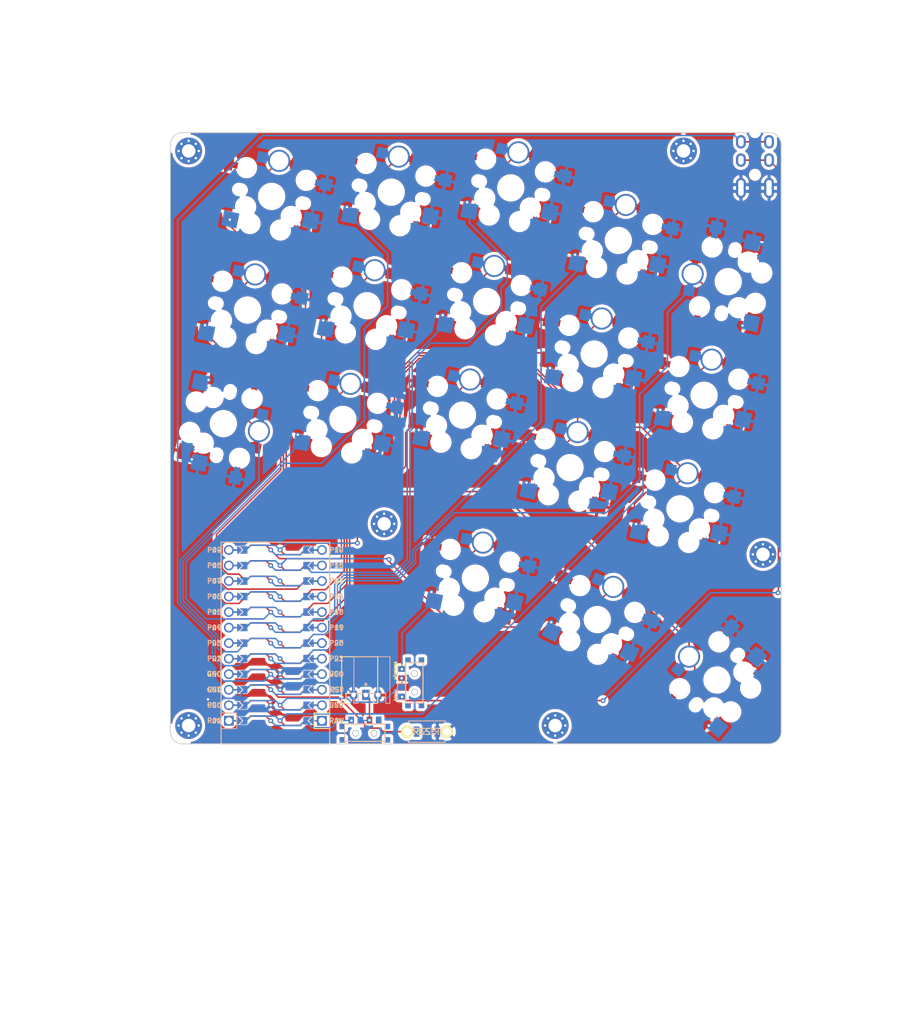
<source format=kicad_pcb>
(kicad_pcb (version 20221018) (generator pcbnew)
  (title_block (title "board") (rev "v1.0.0") (company "Unknown"))
  (layers (0 "F.Cu" signal) (31 "B.Cu" signal) (34 "B.Paste" user) (35 "F.Paste" user) (36 "B.SilkS" user "B.Silkscreen") (37 "F.SilkS" user "F.Silkscreen") (38 "B.Mask" user) (39 "F.Mask" user) (44 "Edge.Cuts" user))
  (net 0 "")
  (net 1 "matrix_pinky_bottom")
  (net 2 "GND")
  (net 3 "matrix_pinky_home")
  (net 4 "matrix_pinky_top")
  (net 5 "matrix_ring_bottom")
  (net 6 "matrix_ring_home")
  (net 7 "matrix_ring_top")
  (net 8 "matrix_middle_bottom")
  (net 9 "matrix_middle_home")
  (net 10 "matrix_middle_top")
  (net 11 "matrix_index_bottom")
  (net 12 "matrix_index_home")
  (net 13 "matrix_index_top")
  (net 14 "matrix_inner_bottom")
  (net 15 "matrix_inner_home")
  (net 16 "matrix_inner_top")
  (net 17 "thumb_inner")
  (net 18 "thumb_tucky")
  (net 19 "thumb_reachy")
  (net 20 "RAW")
  (net 21 "RST")
  (net 22 "VCC")
  (net 23 "P0")
  (net 24 "trrs_data")
  (net 25 "Bplus")
  (footprint "E73:SPDT_C128955" (layer "F.Cu") (at 100.19 169.25 180)
    (fp_text reference "T1" hide)
    (fp_text value "" hide)
  )
  (footprint "kbd:ResetSW" (layer "F.Cu") (at 110.34 169 180)
    (fp_text reference "B1" hide)
    (fp_text value "")
  )
  (footprint "key-switches" (layer "F.Cu") (at 77.023591 118.605929 -102)
    (fp_text reference "SW1" hide)
    (fp_text value "" hide)
  )
  (footprint "key-switches" (layer "F.Cu") (at 120.118683 98.629367 -12)
    (fp_text reference "SW8" hide)
    (fp_text value "" hide)
  )
  (footprint "MountingHole_2.2mm_M2_Pad_Via" (layer "F.Cu") (at 165.34 140)
    (fp_text reference "HOLE3" hide)
    (fp_text value "")
  )
  (footprint "ProMicro" (layer "F.Cu") (at 85.54 153.25 90)
    (fp_text reference "MCU1" hide)
    (fp_text value "" hide)
  )
  (footprint "key-switches" (layer "F.Cu") (at 80.973913 100.021125 -12)
    (fp_text reference "SW2" hide)
    (fp_text value "" hide)
  )
  (footprint "key-switches" (layer "F.Cu") (at 100.546298 99.325246 -12)
    (fp_text reference "SW5" hide)
    (fp_text value "" hide)
  )
  (footprint "MountingHole_2.2mm_M2_Pad_Via" (layer "F.Cu") (at 152.34 74)
    (fp_text reference "HOLE2" hide)
    (fp_text value "")
  )
  (footprint "key-switches" (layer "F.Cu") (at 138.235917 150.667146 -26)
    (fp_text reference "SW17" hide)
    (fp_text value "" hide)
  )
  (footprint "JST_PH_S2B-PH-K_02x2.00mm_Angled" (layer "F.Cu") (at 100.34 163 180)
    (fp_text reference "JST1" hide)
    (fp_text value "" hide)
  )
  (footprint "MountingHole_2.2mm_M2_Pad_Via" (layer "F.Cu") (at 131.34 168)
    (fp_text reference "HOLE4" hide)
    (fp_text value "")
  )
  (footprint "MountingHole_2.2mm_M2_Pad_Via" (layer "F.Cu") (at 103.34 135)
    (fp_text reference "HOLE5" hide)
    (fp_text value "")
  )
  (footprint "key-switches" (layer "F.Cu") (at 116.168361 117.214171 -12)
    (fp_text reference "SW7" hide)
    (fp_text value "" hide)
  )
  (footprint "key-switches" (layer "F.Cu") (at 118.269348 143.883786 -12)
    (fp_text reference "SW16" hide)
    (fp_text value "" hide)
  )
  (footprint "key-switches" (layer "F.Cu") (at 155.708163 113.963933 -12)
    (fp_text reference "SW14" hide)
    (fp_text value "" hide)
  )
  (footprint "key-switches" (layer "F.Cu") (at 104.49662 80.740441 -12)
    (fp_text reference "SW6" hide)
    (fp_text value "" hide)
  )
  (footprint "key-switches" (layer "F.Cu") (at 137.715907 107.22589 -12)
    (fp_text reference "SW11" hide)
    (fp_text value "" hide)
  )
  (footprint "key-switches" (layer "F.Cu") (at 124.069005 80.044562 -12)
    (fp_text reference "SW9" hide)
    (fp_text value "" hide)
  )
  (footprint "key-switches" (layer "F.Cu") (at 151.757841 132.548737 -12)
    (fp_text reference "SW13" hide)
    (fp_text value "" hide)
  )
  (footprint "key-switches" (layer "F.Cu") (at 84.924235 81.43632 -12)
    (fp_text reference "SW3" hide)
    (fp_text value "" hide)
  )
  (footprint "key-switches" (layer "F.Cu") (at 159.658485 95.379128 78)
    (fp_text reference "SW15" hide)
    (fp_text value "" hide)
  )
  (footprint "TRRS-PJ-320A-dual" (layer "F.Cu") (at 166.34 69.3)
    (fp_text reference "TRRS1")
    (fp_text value "TRRS-PJ-320A-dual")
  )
  (footprint "key-switches" (layer "F.Cu") (at 141.666229 88.641086 -12)
    (fp_text reference "SW12" hide)
    (fp_text value "" hide)
  )
  (footprint "MountingHole_2.2mm_M2_Pad_Via" (layer "F.Cu") (at 71.34 168)
    (fp_text reference "HOLE6" hide)
    (fp_text value "")
  )
  (footprint "key-switches" (layer "F.Cu") (at 157.809498 160.554513 50)
    (fp_text reference "SW18" hide)
    (fp_text value "" hide)
  )
  (footprint "MountingHole_2.2mm_M2_Pad_Via" (layer "F.Cu") (at 71.34 74)
    (fp_text reference "HOLE1" hide)
    (fp_text value "")
  )
  (footprint "key-switches" (layer "F.Cu") (at 96.595976 117.91005 -12)
    (fp_text reference "SW4" hide)
    (fp_text value "" hide)
  )
  (footprint "E73:SPDT_C128955" (layer "F.Cu") (at 108.34 161 -90)
    (fp_text reference "T2" hide)
    (fp_text value "" hide)
  )
  (footprint "key-switches" (layer "F.Cu") (at 133.765585 125.810694 -12)
    (fp_text reference "SW10" hide)
    (fp_text value "" hide)
  )
  (footprint "Button_Switch_SMD:SW_SPST_B3U-1000P" (layer "F.Cu") (at 110.34 169)
    (fp_text reference "B2" hide)
    (fp_text value "")
  )
  (gr_line (start 68.34 169) (end 68.34 73) (stroke (width 0.15)) (layer "Edge.Cuts"))
  (gr_line (start 70.34 71) (end 166.34 71) (stroke (width 0.15)) (layer "Edge.Cuts"))
  (gr_line (start 168.34 73) (end 168.34 169) (stroke (width 0.15)) (layer "Edge.Cuts"))
  (gr_arc (start 166.34 71) (mid 167.754214 71.585786) (end 168.34 73) (stroke (width 0.15)) (layer "Edge.Cuts"))
  (gr_arc (start 70.34 171) (mid 68.925786 170.414214) (end 68.34 169) (stroke (width 0.15)) (layer "Edge.Cuts"))
  (gr_arc (start 68.34 73) (mid 68.925786 71.585786) (end 70.34 71) (stroke (width 0.15)) (layer "Edge.Cuts"))
  (gr_arc (start 168.34 169) (mid 167.754214 170.414214) (end 166.34 171) (stroke (width 0.15)) (layer "Edge.Cuts"))
  (gr_line (start 166.34 171) (end 70.34 171) (stroke (width 0.15)) (layer "Edge.Cuts"))
  (gr_text "wired" (at 105.14 163 90) (layer "B.SilkS") (effects (font (size 0.5 0.5)) (justify mirror)))
  (gr_text "口" (at 106.34 162.5 90) (layer "B.SilkS") (effects (font (size 1.5 2.2)) (justify mirror)))
  (gr_text "口" (at 106.34 159.4 90) (layer "F.SilkS") (effects (font (size 1.5 2.2))))
  (gr_text "wireless" (at 105.14 159 90) (layer "F.SilkS") (effects (font (size 0.5 0.5))))
  (segment (start 76.01215 111.147658) (end 77.82233 111.147658) (width 0.25) (layer "F.Cu") (net 1))
  (segment (start 79.7052 116.704635) (end 82.843569 119.843004) (width 0.25) (layer "F.Cu") (net 1))
  (segment (start 74.907342 111.147658) (end 74.5998 111.4552) (width 0.25) (layer "F.Cu") (net 1))
  (segment (start 76.01215 111.147658) (end 74.907342 111.147658) (width 0.25) (layer "F.Cu") (net 1))
  (segment (start 77.82233 111.147658) (end 79.7052 113.030528) (width 0.25) (layer "F.Cu") (net 1))
  (segment (start 79.7052 113.030528) (end 79.7052 116.704635) (width 0.25) (layer "F.Cu") (net 1))
  (via (at 74.5998 111.4552) (size 0.8) (drill 0.4) (layers "F.Cu" "B.Cu") (net 1))
  (segment (start 74.219601 111.835399) (end 74.5998 111.4552) (width 0.25) (layer "B.Cu") (net 1))
  (segment (start 73.269221 111.835399) (end 74.219601 111.835399) (width 0.25) (layer "B.Cu") (net 1))
  (segment (start 82.843569 128.009901) (end 82.843569 119.843004) (width 0.25) (layer "B.Cu") (net 1))
  (segment (start 75.6738 153.464396) (end 69.9952 147.785796) (width 0.25) (layer "B.Cu") (net 1))
  (segment (start 77.141196 158.1912) (end 75.6738 156.723804) (width 0.25) (layer "B.Cu") (net 1))
  (segment (start 79.5828 158.1912) (end 77.141196 158.1912) (width 0.25) (layer "B.Cu") (net 1))
  (segment (start 69.9952 147.785796) (end 69.9952 140.85827) (width 0.25) (layer "B.Cu") (net 1))
  (segment (start 80.714 157.06) (end 79.5828 158.1912) (width 0.25) (layer "B.Cu") (net 1))
  (segment (start 75.6738 156.723804) (end 75.6738 153.464396) (width 0.25) (layer "B.Cu") (net 1))
  (segment (start 69.9952 140.85827) (end 82.843569 128.009901) (width 0.25) (layer "B.Cu") (net 1))
  (segment (start 74.4982 163.7284) (end 74.6716 163.555) (width 0.25) (layer "F.Cu") (net 2))
  (segment (start 70.839981 123.443381) (end 71.8566 124.46) (width 0.25) (layer "F.Cu") (net 2))
  (segment (start 108.443152 111.825648) (end 106.6546 113.6142) (width 0.25) (layer "F.Cu") (net 2))
  (segment (start 74.6716 163.555) (end 79.589 163.555) (width 0.25) (layer "F.Cu") (net 2))
  (segment (start 70.839981 123.264076) (end 70.839981 123.443381) (width 0.25) (layer "F.Cu") (net 2))
  (segment (start 79.589 163.555) (end 80.714 164.68) (width 0.25) (layer "F.Cu") (net 2))
  (segment (start 108.853858 111.825648) (end 108.443152 111.825648) (width 0.25) (layer "F.Cu") (net 2))
  (via (at 71.8566 124.46) (size 0.8) (drill 0.4) (layers "F.Cu" "B.Cu") (net 2))
  (via (at 102.2096 123.0884) (size 0.8) (drill 0.4) (layers "F.Cu" "B.Cu") (net 2))
  (via (at 74.4982 163.7284) (size 0.8) (drill 0.4) (layers "F.Cu" "B.Cu") (net 2))
  (via (at 106.6546 113.6142) (size 0.8) (drill 0.4) (layers "F.Cu" "B.Cu") (net 2))
  (via (at 123.571 148.9456) (size 0.8) (drill 0.4) (layers "F.Cu" "B.Cu") (net 2))
  (segment (start 87.427 161.015) (end 86.302 162.14) (width 0.25) (layer "B.Cu") (net 2))
  (segment (start 105.469816 114.798984) (end 106.6546 113.6142) (width 0.25) (layer "B.Cu") (net 2))
  (segment (start 105.469816 115.962466) (end 105.469816 114.798984) (width 0.25) (layer "B.Cu") (net 2))
  (segment (start 96.355 161.015) (end 87.427 161.015) (width 0.25) (layer "B.Cu") (net 2))
  (segment (start 72.404609 125.008009) (end 71.8566 124.46) (width 0.25) (layer "B.Cu") (net 2))
  (segment (start 74.6716 163.555) (end 79.299 163.555) (width 0.25) (layer "B.Cu") (net 2))
  (segment (start 98.34 163) (end 96.355 161.015) (width 0.25) (layer "B.Cu") (net 2))
  (segment (start 74.4982 163.7284) (end 74.6716 163.555) (width 0.25) (layer "B.Cu") (net 2))
  (segment (start 73.066042 125.008009) (end 72.404609 125.008009) (width 0.25) (layer "B.Cu") (net 2))
  (segment (start 79.299 163.555) (end 80.714 162.14) (width 0.25) (layer "B.Cu") (net 2))
  (segment (start 79.589 148.025) (end 77.3476 148.025) (width 0.25) (layer "F.Cu") (net 3))
  (segment (start 75.549515 97.188513) (end 79.223622 97.188513) (width 0.25) (layer "F.Cu") (net 3))
  (segment (start 75.895 136.725608) (end 86.405677 126.214931) (width 0.25) (layer "F.Cu") (net 3))
  (segment (start 86.405677 126.214931) (end 86.405677 112.869073) (width 0.25) (layer "F.Cu") (net 3))
  (segment (start 73.515642 103.196084) (end 73.515642 101.032566) (width 0.25) (layer "F.Cu") (net 3))
  (segment (start 73.515642 99.222386) (end 75.549515 97.188513) (width 0.25) (layer "F.Cu") (net 3))
  (segment (start 75.895 146.5724) (end 75.895 136.725608) (width 0.25) (layer "F.Cu") (net 3))
  (segment (start 73.515642 101.032566) (end 73.515642 102.014442) (width 0.25) (layer "F.Cu") (net 3))
  (segment (start 86.405677 112.869073) (end 79.873623 106.337019) (width 0.25) (layer "F.Cu") (net 3))
  (segment (start 77.3476 148.025) (end 75.895 146.5724) (width 0.25) (layer "F.Cu") (net 3))
  (segment (start 80.714 146.9) (end 79.589 148.025) (width 0.25) (layer "F.Cu") (net 3))
  (segment (start 79.223622 97.188513) (end 82.210988 94.201147) (width 0.25) (layer "F.Cu") (net 3))
  (segment (start 79.873623 106.337019) (end 76.656577 106.337019) (width 0.25) (layer "F.Cu") (net 3))
  (segment (start 76.656577 106.337019) (end 73.515642 103.196084) (width 0.25) (layer "F.Cu") (net 3))
  (segment (start 73.515642 102.014442) (end 74.0156 102.5144) (width 0.25) (layer "F.Cu") (net 3))
  (segment (start 73.515642 101.032566) (end 73.515642 99.222386) (width 0.25) (layer "F.Cu") (net 3))
  (via (at 74.0156 102.5144) (size 0.8) (drill 0.4) (layers "F.Cu" "B.Cu") (net 3))
  (segment (start 74.203383 103.775495) (end 74.203383 102.702183) (width 0.25) (layer "B.Cu") (net 3))
  (segment (start 74.203383 102.702183) (end 74.0156 102.5144) (width 0.25) (layer "B.Cu") (net 3))
  (segment (start 78.0796 85.2424) (end 78.0796 85.224915) (width 0.25) (layer "F.Cu") (net 4))
  (segment (start 77.648064 145.679055) (end 76.345 144.375991) (width 0.25) (layer "F.Cu") (net 4))
  (segment (start 86.855677 111.440727) (end 90.4748 107.821604) (width 0.25) (layer "F.Cu") (net 4))
  (segment (start 76.345 144.375991) (end 76.345 136.912004) (width 0.25) (layer "F.Cu") (net 4))
  (segment (start 86.855677 126.401327) (end 86.855677 111.440727) (width 0.25) (layer "F.Cu") (net 4))
  (segment (start 78.0796 86.233) (end 78.0796 85.2424) (width 0.25) (layer "F.Cu") (net 4))
  (segment (start 83.173944 78.603708) (end 86.16131 75.616342) (width 0.25) (layer "F.Cu") (net 4))
  (segment (start 77.465964 82.447761) (end 77.465964 80.637581) (width 0.25) (layer "F.Cu") (net 4))
  (segment (start 79.499837 78.603708) (end 83.173944 78.603708) (width 0.25) (layer "F.Cu") (net 4))
  (segment (start 90.4748 92.6338) (end 88.3158 90.4748) (width 0.25) (layer "F.Cu") (net 4))
  (segment (start 77.465964 84.611279) (end 77.465964 82.447761) (width 0.25) (layer "F.Cu") (net 4))
  (segment (start 77.465964 80.637581) (end 79.499837 78.603708) (width 0.25) (layer "F.Cu") (net 4))
  (segment (start 90.366 144.36) (end 89.046945 145.679055) (width 0.25) (layer "F.Cu") (net 4))
  (segment (start 76.345 136.912004) (end 86.855677 126.401327) (width 0.25) (layer "F.Cu") (net 4))
  (segment (start 82.3214 90.4748) (end 78.0796 86.233) (width 0.25) (layer "F.Cu") (net 4))
  (segment (start 90.4748 107.821604) (end 90.4748 92.6338) (width 0.25) (layer "F.Cu") (net 4))
  (segment (start 89.046945 145.679055) (end 77.648064 145.679055) (width 0.25) (layer "F.Cu") (net 4))
  (segment (start 88.3158 90.4748) (end 82.3214 90.4748) (width 0.25) (layer "F.Cu") (net 4))
  (segment (start 78.0796 85.224915) (end 77.465964 84.611279) (width 0.25) (layer "F.Cu") (net 4))
  (via (at 78.0796 85.2424) (size 0.8) (drill 0.4) (layers "F.Cu" "B.Cu") (net 4))
  (segment (start 90.70838 115.540636) (end 94.382487 115.540636) (width 0.25) (layer "F.Cu") (net 5))
  (segment (start 89.137705 118.921491) (end 89.137705 117.111311) (width 0.25) (layer "F.Cu") (net 5))
  (segment (start 94.382487 115.540636) (end 97.833051 112.090072) (width 0.25) (layer "F.Cu") (net 5))
  (segment (start 89.137705 117.111311) (end 90.70838 115.540636) (width 0.25) (layer "F.Cu") (net 5))
  (segment (start 89.137705 120.354305) (end 89.2048 120.4214) (width 0.25) (layer "F.Cu") (net 5))
  (segment (start 89.137705 118.921491) (end 89.137705 120.354305) (width 0.25) (layer "F.Cu") (net 5))
  (via (at 89.2048 120.4214) (size 0.8) (drill 0.4) (layers "F.Cu" "B.Cu") (net 5))
  (segment (start 76.1238 155.3) (end 76.7588 155.935) (width 0.25) (layer "B.Cu") (net 5))
  (segment (start 89.825446 121.66442) (end 70.4452 141.044666) (width 0.25) (layer "B.Cu") (net 5))
  (segment (start 76.7588 155.935) (end 79.299 155.935) (width 0.25) (layer "B.Cu") (net 5))
  (segment (start 70.4452 141.044666) (end 70.4452 147.5994) (width 0.25) (layer "B.Cu") (net 5))
  (segment (start 70.4452 147.5994) (end 76.1238 153.278) (width 0.25) (layer "B.Cu") (net 5))
  (segment (start 76.1238 153.278) (end 76.1238 155.3) (width 0.25) (layer "B.Cu") (net 5))
  (segment (start 79.299 155.935) (end 80.714 154.52) (width 0.25) (layer "B.Cu") (net 5))
  (segment (start 89.825446 121.66442) (end 89.825446 121.042046) (width 0.25) (layer "B.Cu") (net 5))
  (segment (start 89.825446 121.042046) (end 89.2048 120.4214) (width 0.25) (layer "B.Cu") (net 5))
  (segment (start 77.739609 143.2306) (end 76.795 142.285991) (width 0.25) (layer "F.Cu") (net 6))
  (segment (start 93.088027 100.336687) (end 93.088027 98.453373) (width 0.25) (layer "F.Cu") (net 6))
  (segment (start 76.795 142.285991) (end 76.795 137.0984) (width 0.25) (layer "F.Cu") (net 6))
  (segment (start 93.088027 105.844773) (end 93.088027 100.336687) (width 0.25) (layer "F.Cu") (net 6))
  (segment (start 93.088027 98.453373) (end 95.048766 96.492634) (width 0.25) (layer "F.Cu") (net 6))
  (segment (start 87.305677 111.627123) (end 93.088027 105.844773) (width 0.25) (layer "F.Cu") (net 6))
  (segment (start 98.796007 96.492634) (end 101.783373 93.505268) (width 0.25) (layer "F.Cu") (net 6))
  (segment (start 80.714 144.36) (end 79.5846 143.2306) (width 0.25) (layer "F.Cu") (net 6))
  (segment (start 79.5846 143.2306) (end 77.739609 143.2306) (width 0.25) (layer "F.Cu") (net 6))
  (segment (start 93.088027 101.444627) (end 93.3704 101.727) (width 0.25) (layer "F.Cu") (net 6))
  (segment (start 76.795 137.0984) (end 87.305677 126.587723) (width 0.25) (layer "F.Cu") (net 6))
  (segment (start 95.048766 96.492634) (end 98.796007 96.492634) (width 0.25) (layer "F.Cu") (net 6))
  (segment (start 93.088027 100.336687) (end 93.088027 101.444627) (width 0.25) (layer "F.Cu") (net 6))
  (segment (start 87.305677 126.587723) (end 87.305677 111.627123) (width 0.25) (layer "F.Cu") (net 6))
  (via (at 93.3704 101.727) (size 0.8) (drill 0.4) (layers "F.Cu" "B.Cu") (net 6))
  (segment (start 93.775768 103.079616) (end 93.775768 102.132368) (width 0.25) (layer "B.Cu") (net 6))
  (segment (start 93.775768 102.132368) (end 93.3704 101.727) (width 0.25) (layer "B.Cu") (net 6))
  (segment (start 97.038349 81.751882) (end 97.038349 82.966749) (width 0.25) (layer "F.Cu") (net 7))
  (segment (start 97.038349 79.941702) (end 99.072222 77.907829) (width 0.25) (layer "F.Cu") (net 7))
  (segment (start 97.038349 82.966749) (end 97.2566 83.185) (width 0.25) (layer "F.Cu") (net 7))
  (segment (start 102.746329 77.907829) (end 105.733695 74.920463) (width 0.25) (layer "F.Cu") (net 7))
  (segment (start 97.038349 81.751882) (end 97.038349 79.941702) (width 0.25) (layer "F.Cu") (net 7))
  (segment (start 99.072222 77.907829) (end 102.746329 77.907829) (width 0.25) (layer "F.Cu") (net 7))
  (via (at 97.2566 83.185) (size 0.8) (drill 0.4) (layers "F.Cu" "B.Cu") (net 7))
  (segment (start 97.72609 83.65449) (end 97.2566 83.185) (width 0.25) (layer "B.Cu") (net 7))
  (segment (start 100.099602 118.060998) (end 93.0656 125.095) (width 0.25) (layer "B.Cu") (net 7))
  (segment (start 97.72609 84.494811) (end 97.72609 84.603141) (width 0.25) (layer "B.Cu") (net 7))
  (segment (start 93.0656 125.095) (end 87.031262 125.095) (width 0.25) (layer "B.Cu") (net 7))
  (segment (start 83.653 150.565) (end 84.778 149.44) (width 0.25) (layer "B.Cu") (net 7))
  (segment (start 87.031262 125.095) (end 70.8952 141.231062) (width 0.25) (layer "B.Cu") (net 7))
  (segment (start 74.1872 150.565) (end 83.653 150.565) (width 0.25) (layer "B.Cu") (net 7))
  (segment (start 70.8952 147.273) (end 74.1872 150.565) (width 0.25) (layer "B.Cu") (net 7))
  (segment (start 97.72609 84.603141) (end 103.908373 90.785424) (width 0.25) (layer "B.Cu") (net 7))
  (segment (start 103.908373 90.785424) (end 103.908373 99.313302) (width 0.25) (layer "B.Cu") (net 7))
  (segment (start 100.099602 103.122073) (end 100.099602 118.060998) (width 0.25) (layer "B.Cu") (net 7))
  (segment (start 97.72609 84.494811) (end 97.72609 83.65449) (width 0.25) (layer "B.Cu") (net 7))
  (segment (start 70.8952 141.231062) (end 70.8952 147.273) (width 0.25) (layer "B.Cu") (net 7))
  (segment (start 103.908373 99.313302) (end 100.099602 103.122073) (width 0.25) (layer "B.Cu") (net 7))
  (segment (start 108.71009 118.225612) (end 108.71009 119.35269) (width 0.25) (layer "F.Cu") (net 8))
  (segment (start 97.6994 146.491591) (end 93.335991 150.855) (width 0.25) (layer "F.Cu") (net 8))
  (segment (start 93.335991 150.855) (end 91.491 150.855) (width 0.25) (layer "F.Cu") (net 8))
  (segment (start 91.491 150.855) (end 90.366 151.98) (width 0.25) (layer "F.Cu") (net 8))
  (segment (start 97.6994 134.738792) (end 97.6994 146.491591) (width 0.25) (layer "F.Cu") (net 8))
  (segment (start 108.71009 116.415432) (end 110.673122 114.4524) (width 0.25) (layer "F.Cu") (net 8))
  (segment (start 108.71009 118.225612) (end 106.8616 120.074102) (width 0.25) (layer "F.Cu") (net 8))
  (segment (start 108.71009 119.35269) (end 109.0168 119.6594) (width 0.25) (layer "F.Cu") (net 8))
  (segment (start 108.71009 118.225612) (end 108.71009 116.415432) (width 0.25) (layer "F.Cu") (net 8))
  (segment (start 106.8616 120.074102) (end 106.8616 125.576592) (width 0.25) (layer "F.Cu") (net 8))
  (segment (start 110.673122 114.4524) (end 114.347229 114.4524) (width 0.25) (layer "F.Cu") (net 8))
  (segment (start 106.8616 125.576592) (end 97.6994 134.738792) (width 0.25) (layer "F.Cu") (net 8))
  (segment (start 114.347229 114.4524) (end 117.405436 111.394193) (width 0.25) (layer "F.Cu") (net 8))
  (via (at 109.0168 119.6594) (size 0.8) (drill 0.4) (layers "F.Cu" "B.Cu") (net 8))
  (segment (start 109.397831 120.040431) (end 109.0168 119.6594) (width 0.25) (layer "B.Cu") (net 8))
  (segment (start 109.397831 120.968541) (end 109.397831 120.040431) (width 0.25) (layer "B.Cu") (net 8))
  (segment (start 112.660412 99.640808) (end 112.660412 100.595412) (width 0.25) (layer "F.Cu") (net 9))
  (segment (start 112.660412 100.595412) (end 112.9284 100.8634) (width 0.25) (layer "F.Cu") (net 9))
  (segment (start 112.660412 97.830628) (end 114.60604 95.885) (width 0.25) (layer "F.Cu") (net 9))
  (segment (start 112.660412 99.640808) (end 112.660412 97.830628) (width 0.25) (layer "F.Cu") (net 9))
  (segment (start 118.280147 95.885) (end 121.355758 92.809389) (width 0.25) (layer "F.Cu") (net 9))
  (segment (start 114.60604 95.885) (end 118.280147 95.885) (width 0.25) (layer "F.Cu") (net 9))
  (via (at 112.9284 100.8634) (size 0.8) (drill 0.4) (layers "F.Cu" "B.Cu") (net 9))
  (segment (start 113.348153 102.383737) (end 113.348153 101.283153) (width 0.25) (layer "B.Cu") (net 9))
  (segment (start 107.4746 108.25729) (end 107.4746 119.320734) (width 0.25) (layer "B.Cu") (net 9))
  (segment (start 107.4746 119.320734) (end 107.115803 119.679531) (width 0.25) (layer "B.Cu") (net 9))
  (segment (start 113.348153 101.283153) (end 112.9284 100.8634) (width 0.25) (layer "B.Cu") (net 9))
  (segment (start 91.491 142.945) (end 90.366 141.82) (width 0.25) (layer "B.Cu") (net 9))
  (segment (start 105.031012 142.945) (end 91.491 142.945) (width 0.25) (layer "B.Cu") (net 9))
  (segment (start 113.348153 102.383737) (end 107.4746 108.25729) (width 0.25) (layer "B.Cu") (net 9))
  (segment (start 107.115803 119.679531) (end 107.115803 140.860209) (width 0.25) (layer "B.Cu") (net 9))
  (segment (start 107.115803 140.860209) (end 105.031012 142.945) (width 0.25) (layer "B.Cu") (net 9))
  (segment (start 116.610734 81.056003) (end 116.610734 79.245823) (width 0.25) (layer "F.Cu") (net 10))
  (segment (start 118.644607 77.21195) (end 122.318714 77.21195) (width 0.25) (layer "F.Cu") (net 10))
  (segment (start 116.610734 82.066734) (end 116.9416 82.3976) (width 0.25) (layer "F.Cu") (net 10))
  (segment (start 116.610734 79.245823) (end 118.644607 77.21195) (width 0.25) (layer "F.Cu") (net 10))
  (segment (start 122.318714 77.21195) (end 125.30608 74.224584) (width 0.25) (layer "F.Cu") (net 10))
  (segment (start 116.610734 81.056003) (end 116.610734 82.066734) (width 0.25) (layer "F.Cu") (net 10))
  (via (at 116.9416 82.3976) (size 0.8) (drill 0.4) (layers "F.Cu" "B.Cu") (net 10))
  (segment (start 123.480758 95.365642) (end 123.480758 91.929185) (width 0.25) (layer "B.Cu") (net 10))
  (segment (start 95.25 149.3266) (end 95.25 144.8682) (width 0.25) (layer "B.Cu") (net 10))
  (segment (start 107.9246 119.50713) (end 107.9246 108.443686) (width 0.25) (layer "B.Cu") (net 10))
  (segment (start 105.217408 143.395) (end 107.565803 141.046605) (width 0.25) (layer "B.Cu") (net 10))
  (segment (start 117.298475 85.746902) (end 117.298475 83.798932) (width 0.25) (layer "B.Cu") (net 10))
  (segment (start 96.7232 143.395) (end 105.217408 143.395) (width 0.25) (layer "B.Cu") (net 10))
  (segment (start 91.781 150.565) (end 94.0116 150.565) (width 0.25) (layer "B.Cu") (net 10))
  (segment (start 116.967 105.4354) (end 122.487583 99.914817) (width 0.25) (layer "B.Cu") (net 10))
  (segment (start 107.565803 119.865927) (end 107.9246 119.50713) (width 0.25) (layer "B.Cu") (net 10))
  (segment (start 117.298475 83.798932) (end 117.298475 82.754475) (width 0.25) (layer "B.Cu") (net 10))
  (segment (start 110.932886 105.4354) (end 116.967 105.4354) (width 0.25) (layer "B.Cu") (net 10))
  (segment (start 94.0116 150.565) (end 95.25 149.3266) (width 0.25) (layer "B.Cu") (net 10))
  (segment (start 123.480758 91.929185) (end 117.298475 85.746902) (width 0.25) (layer "B.Cu") (net 10))
  (segment (start 107.565803 141.046605) (end 107.565803 119.865927) (width 0.25) (layer "B.Cu") (net 10))
  (segment (start 107.9246 108.443686) (end 110.932886 105.4354) (width 0.25) (layer "B.Cu") (net 10))
  (segment (start 122.487583 99.914817) (end 122.487583 96.358817) (width 0.25) (layer "B.Cu") (net 10))
  (segment (start 95.25 144.8682) (end 96.7232 143.395) (width 0.25) (layer "B.Cu") (net 10))
  (segment (start 122.487583 96.358817) (end 123.480758 95.365642) (width 0.25) (layer "B.Cu") (net 10))
  (segment (start 117.298475 82.754475) (end 116.9416 82.3976) (width 0.25) (layer "B.Cu") (net 10))
  (segment (start 90.366 151.98) (end 91.781 150.565) (width 0.25) (layer "B.Cu") (net 10))
  (segment (start 91.781 148.025) (end 90.366 149.44) (width 0.25) (layer "F.Cu") (net 11))
  (segment (start 126.307314 127.932914) (end 126.6444 128.27) (width 0.25) (layer "F.Cu") (net 11))
  (segment (start 109.059392 107.9356) (end 105.9296 111.065392) (width 0.25) (layer "F.Cu") (net 11))
  (segment (start 135.00266 119.990716) (end 135.00266 116.970056) (width 0.25) (layer "F.Cu") (net 11))
  (segment (start 106.4116 119.887706) (end 106.4116 125.390196) (width 0.25) (layer "F.Cu") (net 11))
  (segment (start 126.307314 126.822135) (end 126.307314 127.932914) (width 0.25) (layer "F.Cu") (net 11))
  (segment (start 97.2494 144.8634) (end 94.0878 148.025) (width 0.25) (layer "F.Cu") (net 11))
  (segment (start 131.777976 123.2154) (end 135.00266 119.990716) (width 0.25) (layer "F.Cu") (net 11))
  (segment (start 128.103869 123.2154) (end 131.777976 123.2154) (width 0.25) (layer "F.Cu") (net 11))
  (segment (start 105.9296 119.405706) (end 106.4116 119.887706) (width 0.25) (layer "F.Cu") (net 11))
  (segment (start 97.2494 134.552396) (end 97.2494 144.8634) (width 0.25) (layer "F.Cu") (net 11))
  (segment (start 125.968204 107.9356) (end 109.059392 107.9356) (width 0.25) (layer "F.Cu") (net 11))
  (segment (start 105.9296 111.065392) (end 105.9296 119.405706) (width 0.25) (layer "F.Cu") (net 11))
  (segment (start 94.0878 148.025) (end 91.781 148.025) (width 0.25) (layer "F.Cu") (net 11))
  (segment (start 126.307314 125.011955) (end 128.103869 123.2154) (width 0.25) (layer "F.Cu") (net 11))
  (segment (start 135.00266 116.970056) (end 125.968204 107.9356) (width 0.25) (layer "F.Cu") (net 11))
  (segment (start 106.4116 125.390196) (end 97.2494 134.552396) (width 0.25) (layer "F.Cu") (net 11))
  (segment (start 126.307314 126.822135) (end 126.307314 125.011955) (width 0.25) (layer "F.Cu") (net 11))
  (via (at 126.6444 128.27) (size 0.8) (drill 0.4) (layers "F.Cu" "B.Cu") (net 11))
  (segment (start 126.995055 129.565064) (end 126.995055 128.620655) (width 0.25) (layer "B.Cu") (net 11))
  (segment (start 126.995055 128.620655) (end 126.6444 128.27) (width 0.25) (layer "B.Cu") (net 11))
  (segment (start 105.0296 119.778498) (end 105.0296 110.6926) (width 0.25) (layer "F.Cu") (net 12))
  (segment (start 108.6866 107.0356) (end 129.055905 107.0356) (width 0.25) (layer "F.Cu") (net 12))
  (segment (start 129.055905 107.0356) (end 130.257636 108.237331) (width 0.25) (layer "F.Cu") (net 12))
  (segment (start 105.5116 120.260498) (end 105.0296 119.778498) (width 0.25) (layer "F.Cu") (net 12))
  (segment (start 130.257636 108.237331) (end 130.257636 106.427151) (width 0.25) (layer "F.Cu") (net 12))
  (segment (start 130.257636 106.427151) (end 132.291509 104.393278) (width 0.25) (layer "F.Cu") (net 12))
  (segment (start 96.3494 140.531) (end 96.3494 134.179604) (width 0.25) (layer "F.Cu") (net 12))
  (segment (start 96.3494 134.179604) (end 105.5116 125.017404) (width 0.25) (layer "F.Cu") (net 12))
  (segment (start 130.257636 109.302636) (end 130.4798 109.5248) (width 0.25) (layer "F.Cu") (net 12))
  (segment (start 86.193 140.695) (end 96.1854 140.695) (width 0.25) (layer "F.Cu") (net 12))
  (segment (start 130.257636 108.237331) (end 130.257636 109.302636) (width 0.25) (layer "F.Cu") (net 12))
  (segment (start 135.965616 104.393278) (end 138.952982 101.405912) (width 0.25) (layer "F.Cu") (net 12))
  (segment (start 105.5116 125.017404) (end 105.5116 120.260498) (width 0.25) (layer "F.Cu") (net 12))
  (segment (start 96.1854 140.695) (end 96.3494 140.531) (width 0.25) (layer "F.Cu") (net 12))
  (segment (start 84.778 139.28) (end 86.193 140.695) (width 0.25) (layer "F.Cu") (net 12))
  (segment (start 132.291509 104.393278) (end 135.965616 104.393278) (width 0.25) (layer "F.Cu") (net 12))
  (segment (start 105.0296 110.6926) (end 108.6866 107.0356) (width 0.25) (layer "F.Cu") (net 12))
  (via (at 130.4798 109.5248) (size 0.8) (drill 0.4) (layers "F.Cu" "B.Cu") (net 12))
  (segment (start 130.945377 109.990377) (end 130.4798 109.5248) (width 0.25) (layer "B.Cu") (net 12))
  (segment (start 130.945377 110.98026) (end 130.945377 109.990377) (width 0.25) (layer "B.Cu") (net 12))
  (segment (start 134.207958 87.842347) (end 136.241831 85.808474) (width 0.25) (layer "F.Cu") (net 13))
  (segment (start 136.241831 85.808474) (end 139.915938 85.808474) (width 0.25) (layer "F.Cu") (net 13))
  (segment (start 139.915938 85.808474) (end 142.903304 82.821108) (width 0.25) (layer "F.Cu") (net 13))
  (segment (start 134.207958 89.652527) (end 134.207958 90.596158) (width 0.25) (layer "F.Cu") (net 13))
  (segment (start 134.207958 90.596158) (end 134.5946 90.9828) (width 0.25) (layer "F.Cu") (net 13))
  (segment (start 134.207958 89.652527) (end 134.207958 87.842347) (width 0.25) (layer "F.Cu") (net 13))
  (via (at 134.5946 90.9828) (size 0.8) (drill 0.4) (layers "F.Cu" "B.Cu") (net 13))
  (segment (start 108.015803 141.233001) (end 108.015803 139.329397) (width 0.25) (layer "B.Cu") (net 13))
  (segment (start 134.895699 91.283899) (end 134.5946 90.9828) (width 0.25) (layer "B.Cu") (net 13))
  (segment (start 129.032 99.537081) (end 134.895699 93.673382) (width 0.25) (layer "B.Cu") (net 13))
  (segment (start 91.781 153.105) (end 93.625991 153.105) (width 0.25) (layer "B.Cu") (net 13))
  (segment (start 105.403804 143.845) (end 108.015803 141.233001) (width 0.25) (layer "B.Cu") (net 13))
  (segment (start 134.895699 92.395456) (end 134.895699 91.283899) (width 0.25) (layer "B.Cu") (net 13))
  (segment (start 95.7 149.512996) (end 95.7 145.054596) (width 0.25) (layer "B.Cu") (net 13))
  (segment (start 95.7 145.054596) (end 96.909596 143.845) (width 0.25) (layer "B.Cu") (net 13))
  (segment (start 96.909596 143.845) (end 105.403804 143.845) (width 0.25) (layer "B.Cu") (net 13))
  (segment (start 108.015803 139.329397) (end 129.032 118.3132) (width 0.25) (layer "B.Cu") (net 13))
  (segment (start 129.032 118.3132) (end 129.032 99.537081) (width 0.25) (layer "B.Cu") (net 13))
  (segment (start 94.285 150.927996) (end 95.7 149.512996) (width 0.25) (layer "B.Cu") (net 13))
  (segment (start 90.366 154.52) (end 91.781 153.105) (width 0.25) (layer "B.Cu") (net 13))
  (segment (start 134.895699 93.673382) (end 134.895699 92.395456) (width 0.25) (layer "B.Cu") (net 13))
  (segment (start 94.285 152.445991) (end 94.285 150.927996) (width 0.25) (layer "B.Cu") (net 13))
  (segment (start 93.625991 153.105) (end 94.285 152.445991) (width 0.25) (layer "B.Cu") (net 13))
  (segment (start 145.456968 119.190811) (end 152.994916 126.728759) (width 0.25) (layer "F.Cu") (net 14))
  (segment (start 90.366 146.9) (end 91.491 145.775) (width 0.25) (layer "F.Cu") (net 14))
  (segment (start 126.1546 107.4856) (end 137.859811 119.190811) (width 0.25) (layer "F.Cu") (net 14))
  (segment (start 93.747 145.775) (end 96.7994 142.7226) (width 0.25) (layer "F.Cu") (net 14))
  (segment (start 105.4796 110.878996) (end 108.872996 107.4856) (width 0.25) (layer "F.Cu") (net 14))
  (segment (start 105.9616 120.074102) (end 105.4796 119.592102) (width 0.25) (layer "F.Cu") (net 14))
  (segment (start 108.872996 107.4856) (end 126.1546 107.4856) (width 0.25) (layer "F.Cu") (net 14))
  (segment (start 144.29957 134.77457) (end 144.5768 135.0518) (width 0.25) (layer "F.Cu") (net 14))
  (segment (start 149.853475 129.8702) (end 152.994916 126.728759) (width 0.25) (layer "F.Cu") (net 14))
  (segment (start 96.7994 134.366) (end 105.9616 125.2038) (width 0.25) (layer "F.Cu") (net 14))
  (segment (start 144.29957 133.560178) (end 144.29957 134.77457) (width 0.25) (layer "F.Cu") (net 14))
  (segment (start 144.29957 133.560178) (end 144.29957 131.749998) (width 0.25) (layer "F.Cu") (net 14))
  (segment (start 105.4796 119.592102) (end 105.4796 110.878996) (width 0.25) (layer "F.Cu") (net 14))
  (segment (start 96.7994 142.7226) (end 96.7994 134.366) (width 0.25) (layer "F.Cu") (net 14))
  (segment (start 144.29957 131.749998) (end 146.179368 129.8702) (width 0.25) (layer "F.Cu") (net 14))
  (segment (start 91.491 145.775) (end 93.747 145.775) (width 0.25) (layer "F.Cu") (net 14))
  (segment (start 105.9616 125.2038) (end 105.9616 120.074102) (width 0.25) (layer "F.Cu") (net 14))
  (segment (start 146.179368 129.8702) (end 149.853475 129.8702) (width 0.25) (layer "F.Cu") (net 14))
  (segment (start 137.859811 119.190811) (end 145.456968 119.190811) (width 0.25) (layer "F.Cu") (net 14))
  (via (at 144.5768 135.0518) (size 0.8) (drill 0.4) (layers "F.Cu" "B.Cu") (net 14))
  (segment (start 144.987311 136.303107) (end 144.987311 135.462311) (width 0.25) (layer "B.Cu") (net 14))
  (segment (start 144.987311 135.462311) (end 144.5768 135.0518) (width 0.25) (layer "B.Cu") (net 14))
  (segment (start 153.957872 111.131321) (end 156.945238 108.143955) (width 0.25) (layer "F.Cu") (net 15))
  (segment (start 148.249892 114.975374) (end 148.249892 116.068092) (width 0.25) (layer "F.Cu") (net 15))
  (segment (start 150.283765 111.131321) (end 153.957872 111.131321) (width 0.25) (layer "F.Cu") (net 15))
  (segment (start 148.249892 113.165194) (end 150.283765 111.131321) (width 0.25) (layer "F.Cu") (net 15))
  (segment (start 148.249892 116.068092) (end 148.5392 116.3574) (width 0.25) (layer "F.Cu") (net 15))
  (segment (start 148.249892 114.975374) (end 148.249892 113.165194) (width 0.25) (layer "F.Cu") (net 15))
  (via (at 148.5392 116.3574) (size 0.8) (drill 0.4) (layers "F.Cu" "B.Cu") (net 15))
  (segment (start 86.302 167.22) (end 87.427 166.095) (width 0.25) (layer "B.Cu") (net 15))
  (segment (start 148.937633 116.755833) (end 148.5392 116.3574) (width 0.25) (layer "B.Cu") (net 15))
  (segment (start 109.595 166.095) (end 145.7198 129.9702) (width 0.25) (layer "B.Cu") (net 15))
  (segment (start 145.7198 129.9702) (end 145.7198 120.936136) (width 0.25) (layer "B.Cu") (net 15))
  (segment (start 145.7198 120.936136) (end 148.937633 117.718303) (width 0.25) (layer "B.Cu") (net 15))
  (segment (start 87.427 166.095) (end 109.595 166.095) (width 0.25) (layer "B.Cu") (net 15))
  (segment (start 148.937633 117.718303) (end 148.937633 116.755833) (width 0.25) (layer "B.Cu") (net 15))
  (segment (start 160.669926 102.837399) (end 158.859746 102.837399) (width 0.25) (layer "F.Cu") (net 16))
  (segment (start 156.825873 100.803526) (end 156.825873 97.129419) (width 0.25) (layer "F.Cu") (net 16))
  (segment (start 160.669926 102.837399) (end 161.729001 102.837399) (width 0.25) (layer "F.Cu") (net 16))
  (segment (start 161.729001 102.837399) (end 162.0012 102.5652) (width 0.25) (layer "F.Cu") (net 16))
  (segment (start 156.825873 97.129419) (end 153.838507 94.142053) (width 0.25) (layer "F.Cu") (net 16))
  (segment (start 158.859746 102.837399) (end 156.825873 100.803526) (width 0.25) (layer "F.Cu") (net 16))
  (via (at 162.0012 102.5652) (size 0.8) (drill 0.4) (layers "F.Cu" "B.Cu") (net 16))
  (segment (start 91.781 155.645) (end 94.2402 155.645) (width 0.25) (layer "B.Cu") (net 16))
  (segment (start 149.722094 109.2454) (end 149.722094 100.415127) (width 0.25) (layer "B.Cu") (net 16))
  (segment (start 145.161 127.70955) (end 145.161 113.806494) (width 0.25) (layer "B.Cu") (net 16))
  (segment (start 96.15 149.699392) (end 96.15 145.240992) (width 0.25) (layer "B.Cu") (net 16))
  (segment (start 108.465803 141.419397) (end 108.465803 139.515793) (width 0.25) (layer "B.Cu") (net 16))
  (segment (start 114.798816 133.18278) (end 139.68777 133.18278) (width 0.25) (layer "B.Cu") (net 16))
  (segment (start 90.366 157.06) (end 91.781 155.645) (width 0.25) (layer "B.Cu") (net 16))
  (segment (start 163.412855 102.149658) (end 162.416742 102.149658) (width 0.25) (layer "B.Cu") (net 16))
  (segment (start 94.735 151.114392) (end 96.15 149.699392) (width 0.25) (layer "B.Cu") (net 16))
  (segment (start 139.68777 133.18278) (end 145.161 127.70955) (width 0.25) (layer "B.Cu") (net 16))
  (segment (start 97.095992 144.295) (end 105.5902 144.295) (width 0.25) (layer "B.Cu") (net 16))
  (segment (start 145.161 113.806494) (end 149.722094 109.2454) (width 0.25) (layer "B.Cu") (net 16))
  (segment (start 108.465803 139.515793) (end 114.798816 133.18278) (width 0.25) (layer "B.Cu") (net 16))
  (segment (start 105.5902 144.295) (end 108.465803 141.419397) (width 0.25) (layer "B.Cu") (net 16))
  (segment (start 94.2402 155.645) (end 94.735 155.1502) (width 0.25) (layer "B.Cu") (net 16))
  (segment (start 162.416742 102.149658) (end 162.0012 102.5652) (width 0.25) (layer "B.Cu") (net 16))
  (segment (start 94.735 155.1502) (end 94.735 151.114392) (width 0.25) (layer "B.Cu") (net 16))
  (segment (start 96.15 145.240992) (end 97.095992 144.295) (width 0.25) (layer "B.Cu") (net 16))
  (segment (start 149.722094 100.415127) (end 153.256354 96.880867) (width 0.25) (layer "B.Cu") (net 16))
  (segment (start 110.811077 143.085047) (end 112.799124 141.097) (width 0.25) (layer "F.Cu") (net 17))
  (segment (start 110.811077 144.895227) (end 110.811077 145.888477) (width 0.25) (layer "F.Cu") (net 17))
  (segment (start 110.811077 144.895227) (end 110.811077 143.085047) (width 0.25) (layer "F.Cu") (net 17))
  (segment (start 110.811077 145.888477) (end 111.0742 146.1516) (width 0.25) (layer "F.Cu") (net 17))
  (segment (start 116.473231 141.097) (end 119.506423 138.063808) (width 0.25) (layer "F.Cu") (net 17))
  (segment (start 112.799124 141.097) (end 116.473231 141.097) (width 0.25) (layer "F.Cu") (net 17))
  (via (at 106.2482 158.7754) (size 0.8) (drill 0.4) (layers "F.Cu" "B.Cu") (net 17))
  (via (at 111.0742 146.1516) (size 0.8) (drill 0.4) (layers "F.Cu" "B.Cu") (net 17))
  (segment (start 111.498818 147.638156) (end 111.498818 146.576218) (width 0.25) (layer "B.Cu") (net 17))
  (segment (start 106.265 158.75) (end 106.2482 158.7754) (width 0.25) (layer "B.Cu") (net 17))
  (segment (start 106.265 152.871974) (end 111.498818 147.638156) (width 0.25) (layer "B.Cu") (net 17))
  (segment (start 106.2482 158.7754) (end 106.265 152.871974) (width 0.25) (layer "B.Cu") (net 17))
  (segment (start 111.498818 146.576218) (end 111.0742 146.1516) (width 0.25) (layer "B.Cu") (net 17))
  (segment (start 128.718553 151.880168) (end 130.754498 149.844223) (width 0.25) (layer "F.Cu") (net 18))
  (segment (start 114.871772 151.880168) (end 128.718553 151.880168) (width 0.25) (layer "F.Cu") (net 18))
  (segment (start 104.14 140.843) (end 104.14 141.148396) (width 0.25) (layer "F.Cu") (net 18))
  (segment (start 104.14 141.148396) (end 114.871772 151.880168) (width 0.25) (layer "F.Cu") (net 18))
  (segment (start 130.754498 151.033102) (end 130.683 151.1046) (width 0.25) (layer "F.Cu") (net 18))
  (segment (start 132.228155 146.979813) (end 139.183733 146.979813) (width 0.25) (layer "F.Cu") (net 18))
  (segment (start 130.754498 149.844223) (end 130.754498 151.033102) (width 0.25) (layer "F.Cu") (net 18))
  (segment (start 139.183733 146.979813) (end 140.844225 145.319321) (width 0.25) (layer "F.Cu") (net 18))
  (segment (start 130.754498 149.844223) (end 130.754498 148.45347) (width 0.25) (layer "F.Cu") (net 18))
  (segment (start 130.754498 148.45347) (end 132.228155 146.979813) (width 0.25) (layer "F.Cu") (net 18))
  (via (at 104.14 140.843) (size 0.8) (drill 0.4) (layers "F.Cu" "B.Cu") (net 18))
  (via (at 130.683 151.1046) (size 0.8) (drill 0.4) (layers "F.Cu" "B.Cu") (net 18))
  (segment (start 104.1654 140.843) (end 104.14 140.8176) (width 0.25) (layer "B.Cu") (net 18))
  (segment (start 87.427 140.695) (end 104.0174 140.695) (width 0.25) (layer "B.Cu") (net 18))
  (segment (start 86.302 141.82) (end 87.427 140.695) (width 0.25) (layer "B.Cu") (net 18))
  (segment (start 130.758237 152.672056) (end 130.758237 151.179837) (width 0.25) (layer "B.Cu") (net 18))
  (segment (start 130.758237 151.179837) (end 130.683 151.1046) (width 0.25) (layer "B.Cu") (net 18))
  (segment (start 104.0174 140.695) (end 104.14 140.8176) (width 0.25) (layer "B.Cu") (net 18))
  (segment (start 104.14 140.843) (end 104.1654 140.843) (width 0.25) (layer "B.Cu") (net 18))
  (segment (start 104.14 140.8176) (end 104.14 140.843) (width 0.25) (layer "B.Cu") (net 18))
  (segment (start 153.048266 163.308734) (end 154.178 162.179) (width 0.25) (layer "F.Cu") (net 19))
  (segment (start 103.356788 129.7178) (end 122.2756 129.7178) (width 0.25) (layer "F.Cu") (net 19))
  (segment (start 128.496608 135.938808) (end 134.807323 135.938808) (width 0.25) (layer "F.Cu") (net 19))
  (segment (start 153.048266 165.461783) (end 153.048266 163.308734) (width 0.25) (layer "F.Cu") (net 19))
  (segment (start 98.9584 138.155) (end 98.9584 134.116188) (width 0.25) (layer "F.Cu") (net 19))
  (segment (start 154.178 157.656393) (end 153.251534 156.729927) (width 0.25) (layer "F.Cu") (net 19))
  (segment (start 153.251534 154.383019) (end 153.251534 156.729927) (width 0.25) (layer "F.Cu") (net 19))
  (segment (start 156.083018 167.614618) (end 156.4894 168.021) (width 0.25) (layer "F.Cu") (net 19))
  (segment (start 154.178 162.179) (end 154.178 157.656393) (width 0.25) (layer "F.Cu") (net 19))
  (segment (start 134.807323 135.938808) (end 153.251534 154.383019) (width 0.25) (layer "F.Cu") (net 19))
  (segment (start 122.2756 129.7178) (end 128.496608 135.938808) (width 0.25) (layer "F.Cu") (net 19))
  (segment (start 98.9584 134.116188) (end 103.356788 129.7178) (width 0.25) (layer "F.Cu") (net 19))
  (segment (start 155.201101 167.614618) (end 156.083018 167.614618) (width 0.25) (layer "F.Cu") (net 19))
  (segment (start 155.201101 167.614618) (end 153.048266 165.461783) (width 0.25) (layer "F.Cu") (net 19))
  (via (at 156.4894 168.021) (size 0.8) (drill 0.4) (layers "F.Cu" "B.Cu") (net 19))
  (via (at 98.9584 138.155) (size 0.8) (drill 0.4) (layers "F.Cu" "B.Cu") (net 19))
  (segment (start 156.763506 168.295106) (end 156.4894 168.021) (width 0.25) (layer "B.Cu") (net 19))
  (segment (start 87.427 138.155) (end 86.302 139.28) (width 0.25) (layer "B.Cu") (net 19))
  (segment (start 98.9584 138.155) (end 87.427 138.155) (width 0.25) (layer "B.Cu") (net 19))
  (segment (start 157.945839 168.295106) (end 156.763506 168.295106) (width 0.25) (layer "B.Cu") (net 19))
  (via (at 97.9932 167.2082) (size 0.8) (drill 0.4) (layers "F.Cu" "B.Cu") (net 20))
  (segment (start 97.9932 167.2082) (end 97.9732 167.175) (width 0.25) (layer "B.Cu") (net 20))
  (segment (start 94.745 168.345) (end 95.915 167.175) (width 0.25) (layer "B.Cu") (net 20))
  (segment (start 90.366 167.22) (end 91.491 168.345) (width 0.25) (layer "B.Cu") (net 20))
  (segment (start 95.915 167.175) (end 97.9068 167.175) (width 0.25) (layer "B.Cu") (net 20))
  (segment (start 91.491 168.345) (end 94.745 168.345) (width 0.25) (layer "B.Cu") (net 20))
  (segment (start 97.9068 167.175) (end 97.9932 167.2082) (width 0.25) (layer "B.Cu") (net 20))
  (segment (start 97.9732 167.175) (end 97.94 167.175) (width 0.25) (layer "B.Cu") (net 20))
  (segment (start 100.465 168.425) (end 102.615 168.425) (width 0.25) (layer "F.Cu") (net 21))
  (segment (start 100.1522 167.6908) (end 100.1522 168.1122) (width 0.25) (layer "F.Cu") (net 21))
  (segment (start 108.64 169) (end 107.09 169) (width 0.25) (layer "F.Cu") (net 21))
  (segment (start 102.615 168.425) (end 103.19 169) (width 0.25) (layer "F.Cu") (net 21))
  (segment (start 85.994945 163.356945) (end 95.818345 163.356945) (width 0.25) (layer "F.Cu") (net 21))
  (segment (start 95.818345 163.356945) (end 100.1522 167.6908) (width 0.25) (layer "F.Cu") (net 21))
  (segment (start 103.19 169) (end 107.09 169) (width 0.25) (layer "F.Cu") (net 21))
  (segment (start 100.1522 168.1122) (end 100.465 168.425) (width 0.25) (layer "F.Cu") (net 21))
  (segment (start 84.778 162.14) (end 85.994945 163.356945) (width 0.25) (layer "F.Cu") (net 21))
  (segment (start 108.64 169) (end 107.09 169) (width 0.25) (layer "B.Cu") (net 21))
  (segment (start 161.74 72.5) (end 166.34 72.5) (width 0.25) (layer "F.Cu") (net 22))
  (segment (start 84.778 159.6) (end 83.653 160.725) (width 0.25) (layer "B.Cu") (net 22))
  (segment (start 77.0574 160.725) (end 76.5302 160.1978) (width 0.25) (layer "B.Cu") (net 22))
  (segment (start 69.5452 85.345024) (end 83.415224 71.475) (width 0.25) (layer "B.Cu") (net 22))
  (segment (start 83.653 160.725) (end 77.0574 160.725) (width 0.25) (layer "B.Cu") (net 22))
  (segment (start 76.5302 160.1978) (end 76.5302 158.2166) (width 0.25) (layer "B.Cu") (net 22))
  (segment (start 76.5302 158.2166) (end 75.2238 156.9102) (width 0.25) (layer "B.Cu") (net 22))
  (segment (start 83.415224 71.475) (end 160.715 71.475) (width 0.25) (layer "B.Cu") (net 22))
  (segment (start 69.5452 147.972192) (end 69.5452 85.345024) (width 0.25) (layer "B.Cu") (net 22))
  (segment (start 75.2238 156.9102) (end 75.2238 153.650792) (width 0.25) (layer "B.Cu") (net 22))
  (segment (start 75.2238 153.650792) (end 69.5452 147.972192) (width 0.25) (layer "B.Cu") (net 22))
  (segment (start 160.715 71.475) (end 161.74 72.5) (width 0.25) (layer "B.Cu") (net 22))
  (via (at 106.1974 160.274) (size 0.8) (drill 0.4) (layers "F.Cu" "B.Cu") (net 23))
  (segment (start 87.427 163.555) (end 97.3372 163.555) (width 0.25) (layer "B.Cu") (net 23))
  (segment (start 105.6104 161.75) (end 106.265 161.75) (width 0.25) (layer "B.Cu") (net 23))
  (segment (start 106.265 160.3416) (end 106.1974 160.274) (width 0.25) (layer "B.Cu") (net 23))
  (segment (start 97.3372 163.555) (end 97.9572 164.175) (width 0.25) (layer "B.Cu") (net 23))
  (segment (start 106.265 161.75) (end 106.265 160.3416) (width 0.25) (layer "B.Cu") (net 23))
  (segment (start 103.1854 164.175) (end 105.6104 161.75) (width 0.25) (layer "B.Cu") (net 23))
  (segment (start 97.9572 164.175) (end 103.1854 164.175) (width 0.25) (layer "B.Cu") (net 23))
  (segment (start 86.302 164.68) (end 87.427 163.555) (width 0.25) (layer "B.Cu") (net 23))
  (segment (start 161.74 75.5) (end 166.34 75.5) (width 0.25) (layer "F.Cu") (net 24))
  (segment (start 106.2736 163.322) (end 106.8766 163.925) (width 0.25) (layer "F.Cu") (net 24))
  (segment (start 106.8766 163.925) (end 139.16 163.925) (width 0.25) (layer "F.Cu") (net 24))
  (segment (start 167.8686 77.0286) (end 166.34 75.5) (width 0.25) (layer "F.Cu") (net 24))
  (segment (start 167.8178 146.2786) (end 167.8686 146.2278) (width 0.25) (layer "F.Cu") (net 24))
  (segment (start 139.16 163.925) (end 139.1666 163.9316) (width 0.25) (layer "F.Cu") (net 24))
  (segment (start 167.8686 146.2278) (end 167.8686 77.0286) (width 0.25) (layer "F.Cu") (net 24))
  (via (at 139.1666 163.9316) (size 0.8) (drill 0.4) (layers "F.Cu" "B.Cu") (net 24))
  (via (at 167.8178 146.2786) (size 0.8) (drill 0.4) (layers "F.Cu" "B.Cu") (net 24))
  (via (at 106.2736 163.322) (size 0.8) (drill 0.4) (layers "F.Cu" "B.Cu") (net 24))
  (segment (start 156.8196 146.2786) (end 167.8178 146.2786) (width 0.25) (layer "B.Cu") (net 24))
  (segment (start 139.1666 163.9316) (end 156.8196 146.2786) (width 0.25) (layer "B.Cu") (net 24))
  (segment (start 100.94 167.175) (end 100.94 167.1324) (width 0.25) (layer "F.Cu") (net 25))
  (segment (start 100.94 167.1316) (end 100.94 163.6) (width 0.25) (layer "F.Cu") (net 25))
  (segment (start 100.94 167.1324) (end 100.9396 167.132) (width 0.25) (layer "F.Cu") (net 25))
  (segment (start 100.9396 167.132) (end 100.94 167.1316) (width 0.25) (layer "F.Cu") (net 25))
  (segment (start 100.94 163.6) (end 100.34 163) (width 0.25) (layer "F.Cu") (net 25))
  (via (at 100.9396 167.132) (size 0.8) (drill 0.4) (layers "F.Cu" "B.Cu") (net 25))
  (segment (start 99.44 167.175) (end 100.8966 167.175) (width 0.25) (layer "B.Cu") (net 25))
  (segment (start 100.8966 167.175) (end 100.9396 167.132) (width 0.25) (layer "B.Cu") (net 25))
  (zone (net 2) (net_name "GND") (layer "F.Cu") (connect_pads (clearance 0.508)) (min_thickness 0.25) (fill yes (thermal_gap 0.5) (thermal_bridge_width 0.5))
    (polygon (pts (xy 55.4228 52.6034) (xy 190.0936 49.3014) (xy 191.5414 216.8398) (xy 40.4622 212.4456)))
  )
  (zone (net 2) (net_name "GND") (layer "B.Cu") (priority 1) (connect_pads (clearance 0.508)) (min_thickness 0.25) (fill yes (thermal_gap 0.5) (thermal_bridge_width 0.5))
    (polygon (pts (xy 55.4228 52.6034) (xy 190.0936 49.3014) (xy 191.5414 216.8398) (xy 40.4622 212.4456)))
  )
)
</source>
